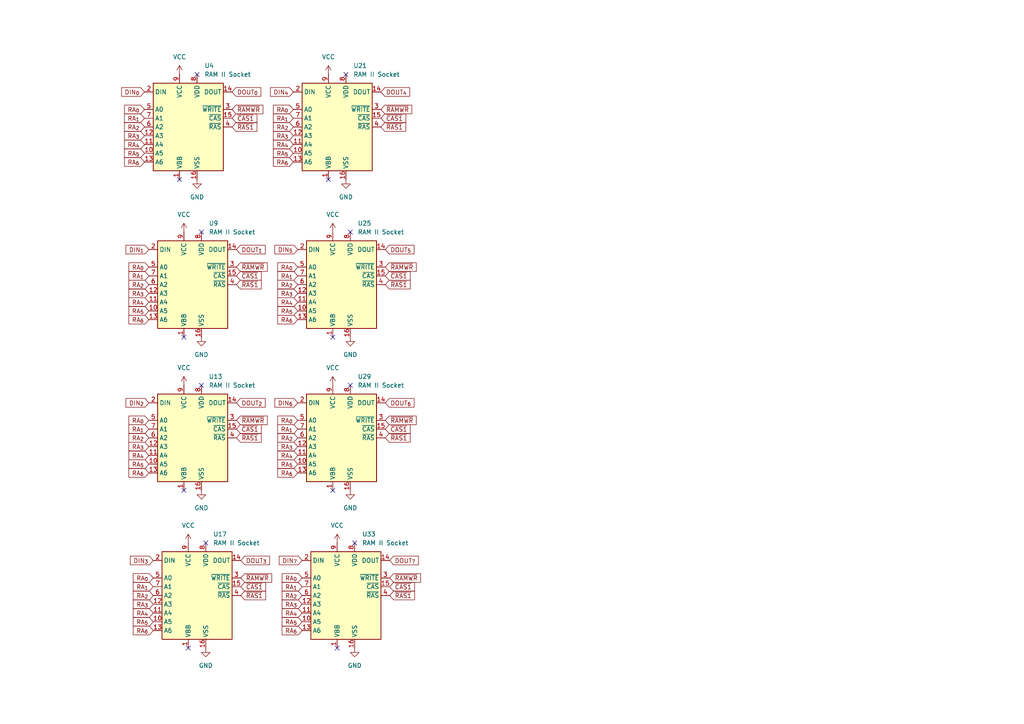
<source format=kicad_sch>
(kicad_sch (version 20250114) (generator "eeschema") (generator_version "9.0")
  (paper "A4")
  (title_block (title "Sharp MZ-80B Bank II RAM") (date "9/FEB/2026") (rev "A") (comment 4 "Redrawn from Service Manual schematic"))
  (lib_symbols
    (symbol "Memory_RAM:MK4116N"
      (property "Reference" "U" (at -10.16 13.335 0))
      (property "Value" "MK4116N" (at 5.08 13.716 0))
      (symbol "MK4116N_0_0"
        (pin power_in line (at -2.54 15.24 270) (length 2.54) (name "VCC") (number "9"))
        (pin power_in line (at -2.54 -15.24 90) (length 2.54) (name "VBB") (number "1"))
        (pin power_in line (at 2.54 15.24 270) (length 2.54) (name "VDD") (number "8"))
        (pin power_in line (at 2.54 -15.24 90) (length 2.54) (name "VSS") (number "16"))
      )
      (symbol "MK4116N_0_1"
        (rectangle (start -10.16 12.7) (end 10.16 -12.7) (stroke (width 0.254)) (fill (type background)))
      )
      (symbol "MK4116N_1_1"
        (pin input line (at -12.7 10.16 0) (length 2.54) (name "DIN") (number "2"))
        (pin input line (at -12.7 5.08 0) (length 2.54) (name "A0") (number "5"))
        (pin input line (at -12.7 2.54 0) (length 2.54) (name "A1") (number "7"))
        (pin input line (at -12.7 0 0) (length 2.54) (name "A2") (number "6"))
        (pin input line (at -12.7 -2.54 0) (length 2.54) (name "A3") (number "12"))
        (pin input line (at -12.7 -5.08 0) (length 2.54) (name "A4") (number "11"))
        (pin input line (at -12.7 -7.62 0) (length 2.54) (name "A5") (number "10"))
        (pin input line (at -12.7 -10.16 0) (length 2.54) (name "A6") (number "13"))
        (pin tri_state line (at 12.7 10.16 180) (length 2.54) (name "DOUT") (number "14"))
        (pin input line (at 12.7 5.08 180) (length 2.54) (name "~{WRITE}") (number "3"))
        (pin input line (at 12.7 2.54 180) (length 2.54) (name "~{CAS}") (number "15"))
        (pin input line (at 12.7 0 180) (length 2.54) (name "~{RAS}") (number "4"))
      )
    )
    (symbol "power:GND" (power) (pin_numbers (hide yes)) (pin_names (offset 0) (hide yes))
      (property "Value" "GND" (at 0 -3.81 0))
      (symbol "GND_0_1"
        (polyline (pts (xy 0 0) (xy 0 -1.27) (xy 1.27 -1.27) (xy 0 -2.54) (xy -1.27 -1.27) (xy 0 -1.27)))
      )
      (symbol "GND_1_1"
        (pin power_in line (at 0 0 270) (length 0) (name "~") (number "1"))
      )
    )
    (symbol "power:VCC" (power) (pin_numbers (hide yes)) (pin_names (offset 0) (hide yes))
      (property "Value" "VCC" (at 0 3.556 0))
      (symbol "VCC_0_1"
        (polyline (pts (xy -0.762 1.27) (xy 0 2.54)))
        (polyline (pts (xy 0 2.54) (xy 0.762 1.27)))
        (polyline (pts (xy 0 0) (xy 0 2.54)))
      )
      (symbol "VCC_1_1"
        (pin power_in line (at 0 0 90) (length 0) (name "~") (number "1"))
      )
    )
  )
  (no_connect (at 102.87 157.48))
  (no_connect (at 101.6 67.31))
  (no_connect (at 57.15 21.59))
  (no_connect (at 58.42 67.31))
  (no_connect (at 52.07 52.07))
  (no_connect (at 54.61 187.96))
  (no_connect (at 59.69 157.48))
  (no_connect (at 95.25 52.07))
  (no_connect (at 58.42 111.76))
  (no_connect (at 53.34 142.24))
  (no_connect (at 100.33 21.59))
  (no_connect (at 97.79 187.96))
  (no_connect (at 101.6 111.76))
  (no_connect (at 96.52 97.79))
  (no_connect (at 53.34 97.79))
  (no_connect (at 96.52 142.24))
  (global_label "DOUT_{2}" (shape input) (at 68.58 116.84 0) (property "Intersheetrefs" "${INTERSHEET_REFS}" (effects (hide yes))))
  (global_label "~{RAMWR}" (shape input) (at 67.31 31.75 0) (property "Intersheetrefs" "${INTERSHEET_REFS}" (effects (hide yes))))
  (global_label "~{RAMWR}" (shape input) (at 111.76 77.47 0) (property "Intersheetrefs" "${INTERSHEET_REFS}" (effects (hide yes))))
  (global_label "RA_{5}" (shape input) (at 86.36 134.62 180) (property "Intersheetrefs" "${INTERSHEET_REFS}" (effects (hide yes))))
  (global_label "~{RAMWR}" (shape input) (at 113.03 167.64 0) (property "Intersheetrefs" "${INTERSHEET_REFS}" (effects (hide yes))))
  (global_label "RA_{4}" (shape input) (at 43.18 132.08 180) (property "Intersheetrefs" "${INTERSHEET_REFS}" (effects (hide yes))))
  (global_label "RA_{0}" (shape input) (at 43.18 121.92 180) (property "Intersheetrefs" "${INTERSHEET_REFS}" (effects (hide yes))))
  (global_label "DIN_{5}" (shape input) (at 86.36 72.39 180) (property "Intersheetrefs" "${INTERSHEET_REFS}" (effects (hide yes))))
  (global_label "~{CAS1}" (shape input) (at 67.31 34.29 0) (property "Intersheetrefs" "${INTERSHEET_REFS}" (effects (hide yes))))
  (global_label "~{RAMWR}" (shape input) (at 68.58 121.92 0) (property "Intersheetrefs" "${INTERSHEET_REFS}" (effects (hide yes))))
  (global_label "DIN_{2}" (shape input) (at 43.18 116.84 180) (property "Intersheetrefs" "${INTERSHEET_REFS}" (effects (hide yes))))
  (global_label "RA_{1}" (shape input) (at 43.18 80.01 180) (property "Intersheetrefs" "${INTERSHEET_REFS}" (effects (hide yes))))
  (global_label "RA_{4}" (shape input) (at 85.09 41.91 180) (property "Intersheetrefs" "${INTERSHEET_REFS}" (effects (hide yes))))
  (global_label "RA_{3}" (shape input) (at 86.36 129.54 180) (property "Intersheetrefs" "${INTERSHEET_REFS}" (effects (hide yes))))
  (global_label "~{CAS1}" (shape input) (at 110.49 34.29 0) (property "Intersheetrefs" "${INTERSHEET_REFS}" (effects (hide yes))))
  (global_label "DOUT_{0}" (shape input) (at 67.31 26.67 0) (property "Intersheetrefs" "${INTERSHEET_REFS}" (effects (hide yes))))
  (global_label "RA_{6}" (shape input) (at 86.36 137.16 180) (property "Intersheetrefs" "${INTERSHEET_REFS}" (effects (hide yes))))
  (global_label "RA_{6}" (shape input) (at 86.36 92.71 180) (property "Intersheetrefs" "${INTERSHEET_REFS}" (effects (hide yes))))
  (global_label "~{RAMWR}" (shape input) (at 111.76 121.92 0) (property "Intersheetrefs" "${INTERSHEET_REFS}" (effects (hide yes))))
  (global_label "~{RAMWR}" (shape input) (at 69.85 167.64 0) (property "Intersheetrefs" "${INTERSHEET_REFS}" (effects (hide yes))))
  (global_label "~{RAMWR}" (shape input) (at 110.49 31.75 0) (property "Intersheetrefs" "${INTERSHEET_REFS}" (effects (hide yes))))
  (global_label "RA_{3}" (shape input) (at 85.09 39.37 180) (property "Intersheetrefs" "${INTERSHEET_REFS}" (effects (hide yes))))
  (global_label "RA_{0}" (shape input) (at 43.18 77.47 180) (property "Intersheetrefs" "${INTERSHEET_REFS}" (effects (hide yes))))
  (global_label "RA_{0}" (shape input) (at 87.63 167.64 180) (property "Intersheetrefs" "${INTERSHEET_REFS}" (effects (hide yes))))
  (global_label "~{CAS1}" (shape input) (at 111.76 124.46 0) (property "Intersheetrefs" "${INTERSHEET_REFS}" (effects (hide yes))))
  (global_label "RA_{5}" (shape input) (at 85.09 44.45 180) (property "Intersheetrefs" "${INTERSHEET_REFS}" (effects (hide yes))))
  (global_label "RA_{6}" (shape input) (at 44.45 182.88 180) (property "Intersheetrefs" "${INTERSHEET_REFS}" (effects (hide yes))))
  (global_label "DOUT_{1}" (shape input) (at 68.58 72.39 0) (property "Intersheetrefs" "${INTERSHEET_REFS}" (effects (hide yes))))
  (global_label "RA_{1}" (shape input) (at 86.36 124.46 180) (property "Intersheetrefs" "${INTERSHEET_REFS}" (effects (hide yes))))
  (global_label "RA_{0}" (shape input) (at 85.09 31.75 180) (property "Intersheetrefs" "${INTERSHEET_REFS}" (effects (hide yes))))
  (global_label "RA_{5}" (shape input) (at 41.91 44.45 180) (property "Intersheetrefs" "${INTERSHEET_REFS}" (effects (hide yes))))
  (global_label "~{RAS1}" (shape input) (at 68.58 82.55 0) (property "Intersheetrefs" "${INTERSHEET_REFS}" (effects (hide yes))))
  (global_label "RA_{5}" (shape input) (at 43.18 134.62 180) (property "Intersheetrefs" "${INTERSHEET_REFS}" (effects (hide yes))))
  (global_label "DOUT_{7}" (shape input) (at 113.03 162.56 0) (property "Intersheetrefs" "${INTERSHEET_REFS}" (effects (hide yes))))
  (global_label "RA_{1}" (shape input) (at 85.09 34.29 180) (property "Intersheetrefs" "${INTERSHEET_REFS}" (effects (hide yes))))
  (global_label "RA_{2}" (shape input) (at 86.36 127 180) (property "Intersheetrefs" "${INTERSHEET_REFS}" (effects (hide yes))))
  (global_label "RA_{4}" (shape input) (at 41.91 41.91 180) (property "Intersheetrefs" "${INTERSHEET_REFS}" (effects (hide yes))))
  (global_label "RA_{5}" (shape input) (at 43.18 90.17 180) (property "Intersheetrefs" "${INTERSHEET_REFS}" (effects (hide yes))))
  (global_label "RA_{3}" (shape input) (at 43.18 129.54 180) (property "Intersheetrefs" "${INTERSHEET_REFS}" (effects (hide yes))))
  (global_label "DOUT_{4}" (shape input) (at 110.49 26.67 0) (property "Intersheetrefs" "${INTERSHEET_REFS}" (effects (hide yes))))
  (global_label "RA_{2}" (shape input) (at 87.63 172.72 180) (property "Intersheetrefs" "${INTERSHEET_REFS}" (effects (hide yes))))
  (global_label "RA_{3}" (shape input) (at 44.45 175.26 180) (property "Intersheetrefs" "${INTERSHEET_REFS}" (effects (hide yes))))
  (global_label "RA_{0}" (shape input) (at 44.45 167.64 180) (property "Intersheetrefs" "${INTERSHEET_REFS}" (effects (hide yes))))
  (global_label "DIN_{0}" (shape input) (at 41.91 26.67 180) (property "Intersheetrefs" "${INTERSHEET_REFS}" (effects (hide yes))))
  (global_label "RA_{2}" (shape input) (at 44.45 172.72 180) (property "Intersheetrefs" "${INTERSHEET_REFS}" (effects (hide yes))))
  (global_label "RA_{4}" (shape input) (at 86.36 132.08 180) (property "Intersheetrefs" "${INTERSHEET_REFS}" (effects (hide yes))))
  (global_label "~{RAS1}" (shape input) (at 113.03 172.72 0) (property "Intersheetrefs" "${INTERSHEET_REFS}" (effects (hide yes))))
  (global_label "RA_{0}" (shape input) (at 41.91 31.75 180) (property "Intersheetrefs" "${INTERSHEET_REFS}" (effects (hide yes))))
  (global_label "RA_{2}" (shape input) (at 43.18 127 180) (property "Intersheetrefs" "${INTERSHEET_REFS}" (effects (hide yes))))
  (global_label "RA_{5}" (shape input) (at 86.36 90.17 180) (property "Intersheetrefs" "${INTERSHEET_REFS}" (effects (hide yes))))
  (global_label "RA_{3}" (shape input) (at 87.63 175.26 180) (property "Intersheetrefs" "${INTERSHEET_REFS}" (effects (hide yes))))
  (global_label "RA_{3}" (shape input) (at 41.91 39.37 180) (property "Intersheetrefs" "${INTERSHEET_REFS}" (effects (hide yes))))
  (global_label "RA_{2}" (shape input) (at 41.91 36.83 180) (property "Intersheetrefs" "${INTERSHEET_REFS}" (effects (hide yes))))
  (global_label "DOUT_{6}" (shape input) (at 111.76 116.84 0) (property "Intersheetrefs" "${INTERSHEET_REFS}" (effects (hide yes))))
  (global_label "RA_{1}" (shape input) (at 43.18 124.46 180) (property "Intersheetrefs" "${INTERSHEET_REFS}" (effects (hide yes))))
  (global_label "DIN_{7}" (shape input) (at 87.63 162.56 180) (property "Intersheetrefs" "${INTERSHEET_REFS}" (effects (hide yes))))
  (global_label "RA_{2}" (shape input) (at 43.18 82.55 180) (property "Intersheetrefs" "${INTERSHEET_REFS}" (effects (hide yes))))
  (global_label "~{RAS1}" (shape input) (at 68.58 127 0) (property "Intersheetrefs" "${INTERSHEET_REFS}" (effects (hide yes))))
  (global_label "RA_{1}" (shape input) (at 44.45 170.18 180) (property "Intersheetrefs" "${INTERSHEET_REFS}" (effects (hide yes))))
  (global_label "DOUT_{3}" (shape input) (at 69.85 162.56 0) (property "Intersheetrefs" "${INTERSHEET_REFS}" (effects (hide yes))))
  (global_label "RA_{4}" (shape input) (at 87.63 177.8 180) (property "Intersheetrefs" "${INTERSHEET_REFS}" (effects (hide yes))))
  (global_label "RA_{4}" (shape input) (at 43.18 87.63 180) (property "Intersheetrefs" "${INTERSHEET_REFS}" (effects (hide yes))))
  (global_label "RA_{0}" (shape input) (at 86.36 121.92 180) (property "Intersheetrefs" "${INTERSHEET_REFS}" (effects (hide yes))))
  (global_label "~{RAMWR}" (shape input) (at 68.58 77.47 0) (property "Intersheetrefs" "${INTERSHEET_REFS}" (effects (hide yes))))
  (global_label "~{CAS1}" (shape input) (at 68.58 80.01 0) (property "Intersheetrefs" "${INTERSHEET_REFS}" (effects (hide yes))))
  (global_label "RA_{6}" (shape input) (at 43.18 137.16 180) (property "Intersheetrefs" "${INTERSHEET_REFS}" (effects (hide yes))))
  (global_label "~{CAS1}" (shape input) (at 111.76 80.01 0) (property "Intersheetrefs" "${INTERSHEET_REFS}" (effects (hide yes))))
  (global_label "RA_{1}" (shape input) (at 87.63 170.18 180) (property "Intersheetrefs" "${INTERSHEET_REFS}" (effects (hide yes))))
  (global_label "RA_{3}" (shape input) (at 86.36 85.09 180) (property "Intersheetrefs" "${INTERSHEET_REFS}" (effects (hide yes))))
  (global_label "DIN_{6}" (shape input) (at 86.36 116.84 180) (property "Intersheetrefs" "${INTERSHEET_REFS}" (effects (hide yes))))
  (global_label "~{RAS1}" (shape input) (at 69.85 172.72 0) (property "Intersheetrefs" "${INTERSHEET_REFS}" (effects (hide yes))))
  (global_label "RA_{1}" (shape input) (at 86.36 80.01 180) (property "Intersheetrefs" "${INTERSHEET_REFS}" (effects (hide yes))))
  (global_label "DOUT_{5}" (shape input) (at 111.76 72.39 0) (property "Intersheetrefs" "${INTERSHEET_REFS}" (effects (hide yes))))
  (global_label "~{RAS1}" (shape input) (at 111.76 127 0) (property "Intersheetrefs" "${INTERSHEET_REFS}" (effects (hide yes))))
  (global_label "RA_{5}" (shape input) (at 44.45 180.34 180) (property "Intersheetrefs" "${INTERSHEET_REFS}" (effects (hide yes))))
  (global_label "~{CAS1}" (shape input) (at 68.58 124.46 0) (property "Intersheetrefs" "${INTERSHEET_REFS}" (effects (hide yes))))
  (global_label "RA_{6}" (shape input) (at 85.09 46.99 180) (property "Intersheetrefs" "${INTERSHEET_REFS}" (effects (hide yes))))
  (global_label "DIN_{3}" (shape input) (at 44.45 162.56 180) (property "Intersheetrefs" "${INTERSHEET_REFS}" (effects (hide yes))))
  (global_label "RA_{4}" (shape input) (at 86.36 87.63 180) (property "Intersheetrefs" "${INTERSHEET_REFS}" (effects (hide yes))))
  (global_label "RA_{2}" (shape input) (at 85.09 36.83 180) (property "Intersheetrefs" "${INTERSHEET_REFS}" (effects (hide yes))))
  (global_label "RA_{0}" (shape input) (at 86.36 77.47 180) (property "Intersheetrefs" "${INTERSHEET_REFS}" (effects (hide yes))))
  (global_label "~{CAS1}" (shape input) (at 113.03 170.18 0) (property "Intersheetrefs" "${INTERSHEET_REFS}" (effects (hide yes))))
  (global_label "RA_{6}" (shape input) (at 41.91 46.99 180) (property "Intersheetrefs" "${INTERSHEET_REFS}" (effects (hide yes))))
  (global_label "RA_{5}" (shape input) (at 87.63 180.34 180) (property "Intersheetrefs" "${INTERSHEET_REFS}" (effects (hide yes))))
  (global_label "DIN_{4}" (shape input) (at 85.09 26.67 180) (property "Intersheetrefs" "${INTERSHEET_REFS}" (effects (hide yes))))
  (global_label "~{RAS1}" (shape input) (at 67.31 36.83 0) (property "Intersheetrefs" "${INTERSHEET_REFS}" (effects (hide yes))))
  (global_label "DIN_{1}" (shape input) (at 43.18 72.39 180) (property "Intersheetrefs" "${INTERSHEET_REFS}" (effects (hide yes))))
  (global_label "RA_{3}" (shape input) (at 43.18 85.09 180) (property "Intersheetrefs" "${INTERSHEET_REFS}" (effects (hide yes))))
  (global_label "RA_{6}" (shape input) (at 87.63 182.88 180) (property "Intersheetrefs" "${INTERSHEET_REFS}" (effects (hide yes))))
  (global_label "RA_{2}" (shape input) (at 86.36 82.55 180) (property "Intersheetrefs" "${INTERSHEET_REFS}" (effects (hide yes))))
  (global_label "~{RAS1}" (shape input) (at 110.49 36.83 0) (property "Intersheetrefs" "${INTERSHEET_REFS}" (effects (hide yes))))
  (global_label "~{CAS1}" (shape input) (at 69.85 170.18 0) (property "Intersheetrefs" "${INTERSHEET_REFS}" (effects (hide yes))))
  (global_label "~{RAS1}" (shape input) (at 111.76 82.55 0) (property "Intersheetrefs" "${INTERSHEET_REFS}" (effects (hide yes))))
  (global_label "RA_{4}" (shape input) (at 44.45 177.8 180) (property "Intersheetrefs" "${INTERSHEET_REFS}" (effects (hide yes))))
  (global_label "RA_{1}" (shape input) (at 41.91 34.29 180) (property "Intersheetrefs" "${INTERSHEET_REFS}" (effects (hide yes))))
  (global_label "RA_{6}" (shape input) (at 43.18 92.71 180) (property "Intersheetrefs" "${INTERSHEET_REFS}" (effects (hide yes))))
  (symbol (lib_id "Memory_RAM:MK4116N") (at 97.79 36.83 0) (unit 1)
    (property "Reference" "U21" (at 102.4733 19.05 0) (effects (justify left)))
    (property "Value" "RAM II Socket" (at 102.4733 21.59 0) (effects (justify left)))
    (property "Footprint" "Package_DIP:DIP-16_W7.62mm" (effects (hide yes)))
    (property "Datasheet" "https://deramp.com/downloads/mfe_archive/050-Component%20Specifications/Mostek/1980_Mostek_Memory_Data_Book_and_Designers_Guide.pdf#page=98" (effects (hide yes)))
    (property "Description" "16384 x 1 bit Dynamic RAM, 150/200/250ns access time, VBB -5V, VCC 5V, VDD 12V, ±10% tolerance on all power supplies, TTL compatible inputs, DIP-16 (Epoxy/Plastic package)" (effects (hide yes)))
  )
  (symbol (lib_id "power:GND") (at 101.6 97.79 0) (unit 1)
    (property "Reference" "#PWR053" (effects (hide yes)))
    (property "Value" "GND" (at 101.6 102.87 0))
    (property "Description" "Power symbol creates a global label with name \"GND\" , ground" (effects (hide yes)))
  )
  (symbol (lib_id "power:VCC") (at 97.79 157.48 0) (unit 1)
    (property "Reference" "#PWR065" (effects (hide yes)))
    (property "Value" "VCC" (at 97.79 152.4 0))
    (property "Description" "Power symbol creates a global label with name \"VCC\"" (effects (hide yes)))
  )
  (symbol (lib_id "power:GND") (at 102.87 187.96 0) (unit 1)
    (property "Reference" "#PWR069" (effects (hide yes)))
    (property "Value" "GND" (at 102.87 193.04 0))
    (property "Description" "Power symbol creates a global label with name \"GND\" , ground" (effects (hide yes)))
  )
  (symbol (lib_id "power:VCC") (at 54.61 157.48 0) (unit 1)
    (property "Reference" "#PWR033" (effects (hide yes)))
    (property "Value" "VCC" (at 54.61 152.4 0))
    (property "Description" "Power symbol creates a global label with name \"VCC\"" (effects (hide yes)))
  )
  (symbol (lib_id "power:GND") (at 59.69 187.96 0) (unit 1)
    (property "Reference" "#PWR037" (effects (hide yes)))
    (property "Value" "GND" (at 59.69 193.04 0))
    (property "Description" "Power symbol creates a global label with name \"GND\" , ground" (effects (hide yes)))
  )
  (symbol (lib_id "power:VCC") (at 95.25 21.59 0) (unit 1)
    (property "Reference" "#PWR041" (effects (hide yes)))
    (property "Value" "VCC" (at 95.25 16.51 0))
    (property "Description" "Power symbol creates a global label with name \"VCC\"" (effects (hide yes)))
  )
  (symbol (lib_id "power:VCC") (at 53.34 111.76 0) (unit 1)
    (property "Reference" "#PWR025" (effects (hide yes)))
    (property "Value" "VCC" (at 53.34 106.68 0))
    (property "Description" "Power symbol creates a global label with name \"VCC\"" (effects (hide yes)))
  )
  (symbol (lib_id "power:GND") (at 58.42 142.24 0) (unit 1)
    (property "Reference" "#PWR029" (effects (hide yes)))
    (property "Value" "GND" (at 58.42 147.32 0))
    (property "Description" "Power symbol creates a global label with name \"GND\" , ground" (effects (hide yes)))
  )
  (symbol (lib_id "Memory_RAM:MK4116N") (at 100.33 172.72 0) (unit 1)
    (property "Reference" "U33" (at 105.0133 154.94 0) (effects (justify left)))
    (property "Value" "RAM II Socket" (at 105.0133 157.48 0) (effects (justify left)))
    (property "Footprint" "Package_DIP:DIP-16_W7.62mm" (effects (hide yes)))
    (property "Datasheet" "https://deramp.com/downloads/mfe_archive/050-Component%20Specifications/Mostek/1980_Mostek_Memory_Data_Book_and_Designers_Guide.pdf#page=98" (effects (hide yes)))
    (property "Description" "16384 x 1 bit Dynamic RAM, 150/200/250ns access time, VBB -5V, VCC 5V, VDD 12V, ±10% tolerance on all power supplies, TTL compatible inputs, DIP-16 (Epoxy/Plastic package)" (effects (hide yes)))
  )
  (symbol (lib_id "Memory_RAM:MK4116N") (at 55.88 82.55 0) (unit 1)
    (property "Reference" "U9" (at 60.5633 64.77 0) (effects (justify left)))
    (property "Value" "RAM II Socket" (at 60.5633 67.31 0) (effects (justify left)))
    (property "Footprint" "Package_DIP:DIP-16_W7.62mm" (effects (hide yes)))
    (property "Datasheet" "https://deramp.com/downloads/mfe_archive/050-Component%20Specifications/Mostek/1980_Mostek_Memory_Data_Book_and_Designers_Guide.pdf#page=98" (effects (hide yes)))
    (property "Description" "16384 x 1 bit Dynamic RAM, 150/200/250ns access time, VBB -5V, VCC 5V, VDD 12V, ±10% tolerance on all power supplies, TTL compatible inputs, DIP-16 (Epoxy/Plastic package)" (effects (hide yes)))
  )
  (symbol (lib_id "power:GND") (at 100.33 52.07 0) (unit 1)
    (property "Reference" "#PWR045" (effects (hide yes)))
    (property "Value" "GND" (at 100.33 57.15 0))
    (property "Description" "Power symbol creates a global label with name \"GND\" , ground" (effects (hide yes)))
  )
  (symbol (lib_id "Memory_RAM:MK4116N") (at 55.88 127 0) (unit 1)
    (property "Reference" "U13" (at 60.5633 109.22 0) (effects (justify left)))
    (property "Value" "RAM II Socket" (at 60.5633 111.76 0) (effects (justify left)))
    (property "Footprint" "Package_DIP:DIP-16_W7.62mm" (effects (hide yes)))
    (property "Datasheet" "https://deramp.com/downloads/mfe_archive/050-Component%20Specifications/Mostek/1980_Mostek_Memory_Data_Book_and_Designers_Guide.pdf#page=98" (effects (hide yes)))
    (property "Description" "16384 x 1 bit Dynamic RAM, 150/200/250ns access time, VBB -5V, VCC 5V, VDD 12V, ±10% tolerance on all power supplies, TTL compatible inputs, DIP-16 (Epoxy/Plastic package)" (effects (hide yes)))
  )
  (symbol (lib_id "power:GND") (at 101.6 142.24 0) (unit 1)
    (property "Reference" "#PWR061" (effects (hide yes)))
    (property "Value" "GND" (at 101.6 147.32 0))
    (property "Description" "Power symbol creates a global label with name \"GND\" , ground" (effects (hide yes)))
  )
  (symbol (lib_id "power:GND") (at 57.15 52.07 0) (unit 1)
    (property "Reference" "#PWR09" (effects (hide yes)))
    (property "Value" "GND" (at 57.15 57.15 0))
    (property "Description" "Power symbol creates a global label with name \"GND\" , ground" (effects (hide yes)))
  )
  (symbol (lib_id "power:VCC") (at 96.52 67.31 0) (unit 1)
    (property "Reference" "#PWR049" (effects (hide yes)))
    (property "Value" "VCC" (at 96.52 62.23 0))
    (property "Description" "Power symbol creates a global label with name \"VCC\"" (effects (hide yes)))
  )
  (symbol (lib_id "Memory_RAM:MK4116N") (at 57.15 172.72 0) (unit 1)
    (property "Reference" "U17" (at 61.8333 154.94 0) (effects (justify left)))
    (property "Value" "RAM II Socket" (at 61.8333 157.48 0) (effects (justify left)))
    (property "Footprint" "Package_DIP:DIP-16_W7.62mm" (effects (hide yes)))
    (property "Datasheet" "https://deramp.com/downloads/mfe_archive/050-Component%20Specifications/Mostek/1980_Mostek_Memory_Data_Book_and_Designers_Guide.pdf#page=98" (effects (hide yes)))
    (property "Description" "16384 x 1 bit Dynamic RAM, 150/200/250ns access time, VBB -5V, VCC 5V, VDD 12V, ±10% tolerance on all power supplies, TTL compatible inputs, DIP-16 (Epoxy/Plastic package)" (effects (hide yes)))
  )
  (symbol (lib_id "power:VCC") (at 52.07 21.59 0) (unit 1)
    (property "Reference" "#PWR010" (effects (hide yes)))
    (property "Value" "VCC" (at 52.07 16.51 0))
    (property "Description" "Power symbol creates a global label with name \"VCC\"" (effects (hide yes)))
  )
  (symbol (lib_id "power:VCC") (at 53.34 67.31 0) (unit 1)
    (property "Reference" "#PWR017" (effects (hide yes)))
    (property "Value" "VCC" (at 53.34 62.23 0))
    (property "Description" "Power symbol creates a global label with name \"VCC\"" (effects (hide yes)))
  )
  (symbol (lib_id "power:GND") (at 58.42 97.79 0) (unit 1)
    (property "Reference" "#PWR021" (effects (hide yes)))
    (property "Value" "GND" (at 58.42 102.87 0))
    (property "Description" "Power symbol creates a global label with name \"GND\" , ground" (effects (hide yes)))
  )
  (symbol (lib_id "Memory_RAM:MK4116N") (at 54.61 36.83 0) (unit 1)
    (property "Reference" "U4" (at 59.2933 19.05 0) (effects (justify left)))
    (property "Value" "RAM II Socket" (at 59.2933 21.59 0) (effects (justify left)))
    (property "Footprint" "Package_DIP:DIP-16_W7.62mm" (effects (hide yes)))
    (property "Datasheet" "https://deramp.com/downloads/mfe_archive/050-Component%20Specifications/Mostek/1980_Mostek_Memory_Data_Book_and_Designers_Guide.pdf#page=98" (effects (hide yes)))
    (property "Description" "16384 x 1 bit Dynamic RAM, 150/200/250ns access time, VBB -5V, VCC 5V, VDD 12V, ±10% tolerance on all power supplies, TTL compatible inputs, DIP-16 (Epoxy/Plastic package)" (effects (hide yes)))
  )
  (symbol (lib_id "power:VCC") (at 96.52 111.76 0) (unit 1)
    (property "Reference" "#PWR057" (effects (hide yes)))
    (property "Value" "VCC" (at 96.52 106.68 0))
    (property "Description" "Power symbol creates a global label with name \"VCC\"" (effects (hide yes)))
  )
  (symbol (lib_id "Memory_RAM:MK4116N") (at 99.06 127 0) (unit 1)
    (property "Reference" "U29" (at 103.7433 109.22 0) (effects (justify left)))
    (property "Value" "RAM II Socket" (at 103.7433 111.76 0) (effects (justify left)))
    (property "Footprint" "Package_DIP:DIP-16_W7.62mm" (effects (hide yes)))
    (property "Datasheet" "https://deramp.com/downloads/mfe_archive/050-Component%20Specifications/Mostek/1980_Mostek_Memory_Data_Book_and_Designers_Guide.pdf#page=98" (effects (hide yes)))
    (property "Description" "16384 x 1 bit Dynamic RAM, 150/200/250ns access time, VBB -5V, VCC 5V, VDD 12V, ±10% tolerance on all power supplies, TTL compatible inputs, DIP-16 (Epoxy/Plastic package)" (effects (hide yes)))
  )
  (symbol (lib_id "Memory_RAM:MK4116N") (at 99.06 82.55 0) (unit 1)
    (property "Reference" "U25" (at 103.7433 64.77 0) (effects (justify left)))
    (property "Value" "RAM II Socket" (at 103.7433 67.31 0) (effects (justify left)))
    (property "Footprint" "Package_DIP:DIP-16_W7.62mm" (effects (hide yes)))
    (property "Datasheet" "https://deramp.com/downloads/mfe_archive/050-Component%20Specifications/Mostek/1980_Mostek_Memory_Data_Book_and_Designers_Guide.pdf#page=98" (effects (hide yes)))
    (property "Description" "16384 x 1 bit Dynamic RAM, 150/200/250ns access time, VBB -5V, VCC 5V, VDD 12V, ±10% tolerance on all power supplies, TTL compatible inputs, DIP-16 (Epoxy/Plastic package)" (effects (hide yes)))
  )
)
</source>
